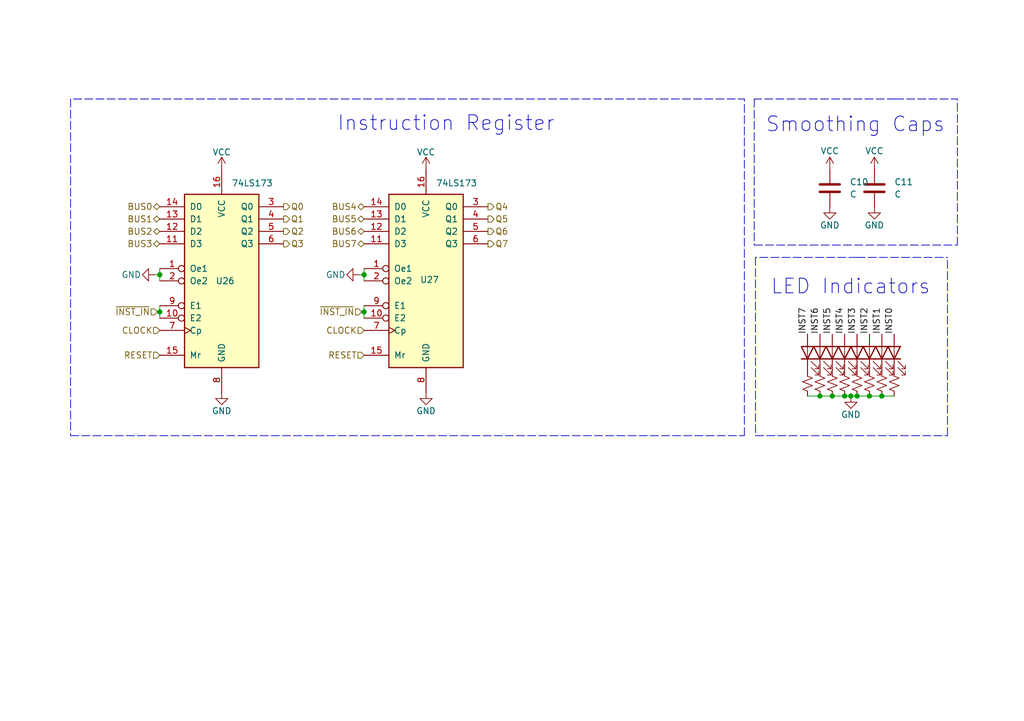
<source format=kicad_sch>
(kicad_sch (version 20211123) (generator eeschema)
  (paper "A5")
  (lib_symbols
    (symbol "74xx:74LS173" (pin_names (offset 1.016))
      (property "Reference" "U" (at -7.62 19.05 0))
      (property "Value" "74LS173" (at -7.62 -19.05 0))
      (symbol "74LS173_1_0"
        (pin input inverted (at -12.7 2.54 0) (length 5.08) (name "Oe1") (number "1"))
        (pin input inverted (at -12.7 -7.62 0) (length 5.08) (name "E2") (number "10"))
        (pin input line (at -12.7 7.62 0) (length 5.08) (name "D3") (number "11"))
        (pin input line (at -12.7 10.16 0) (length 5.08) (name "D2") (number "12"))
        (pin input line (at -12.7 12.7 0) (length 5.08) (name "D1") (number "13"))
        (pin input line (at -12.7 15.24 0) (length 5.08) (name "D0") (number "14"))
        (pin input line (at -12.7 -15.24 0) (length 5.08) (name "Mr") (number "15"))
        (pin power_in line (at 0 22.86 270) (length 5.08) (name "VCC") (number "16"))
        (pin input inverted (at -12.7 0 0) (length 5.08) (name "Oe2") (number "2"))
        (pin tri_state line (at 12.7 15.24 180) (length 5.08) (name "Q0") (number "3"))
        (pin tri_state line (at 12.7 12.7 180) (length 5.08) (name "Q1") (number "4"))
        (pin tri_state line (at 12.7 10.16 180) (length 5.08) (name "Q2") (number "5"))
        (pin tri_state line (at 12.7 7.62 180) (length 5.08) (name "Q3") (number "6"))
        (pin input clock (at -12.7 -10.16 0) (length 5.08) (name "Cp") (number "7"))
        (pin power_in line (at 0 -22.86 90) (length 5.08) (name "GND") (number "8"))
        (pin input inverted (at -12.7 -5.08 0) (length 5.08) (name "E1") (number "9"))
      )
      (symbol "74LS173_1_1"
        (rectangle (start -7.62 17.78) (end 7.62 -17.78) (stroke (width 0.254)) (fill (type background)))
      )
    )
    (symbol "Device:C" (pin_numbers hide) (pin_names (offset 0.254))
      (property "Reference" "C" (at 0.635 2.54 0))
      (property "Value" "C" (at 0.635 -2.54 0))
      (symbol "C_0_1"
        (polyline (pts (xy -2.032 -0.762) (xy 2.032 -0.762)) (stroke (width 0.508)))
        (polyline (pts (xy -2.032 0.762) (xy 2.032 0.762)) (stroke (width 0.508)))
      )
      (symbol "C_1_1"
        (pin passive line (at 0 3.81 270) (length 2.794) (name "~") (number "1"))
        (pin passive line (at 0 -3.81 90) (length 2.794) (name "~") (number "2"))
      )
    )
    (symbol "Device:LED" (pin_numbers hide) (pin_names (offset 1.016) hide)
      (property "Reference" "D" (at 0 2.54 0))
      (property "Value" "LED" (at 0 -2.54 0))
      (symbol "LED_0_1"
        (polyline (pts (xy -1.27 -1.27) (xy -1.27 1.27)) (stroke (width 0.254)))
        (polyline (pts (xy -1.27 0) (xy 1.27 0)))
        (polyline (pts (xy 1.27 -1.27) (xy 1.27 1.27) (xy -1.27 0) (xy 1.27 -1.27)) (stroke (width 0.254)))
        (polyline (pts (xy -3.048 -0.762) (xy -4.572 -2.286) (xy -3.81 -2.286) (xy -4.572 -2.286) (xy -4.572 -1.524)))
        (polyline (pts (xy -1.778 -0.762) (xy -3.302 -2.286) (xy -2.54 -2.286) (xy -3.302 -2.286) (xy -3.302 -1.524)))
      )
      (symbol "LED_1_1"
        (pin passive line (at -3.81 0 0) (length 2.54) (name "K") (number "1"))
        (pin passive line (at 3.81 0 180) (length 2.54) (name "A") (number "2"))
      )
    )
    (symbol "Device:R_Small_US" (pin_numbers hide) (pin_names (offset 0.254) hide)
      (property "Reference" "R" (at 0.762 0.508 0))
      (property "Value" "R_Small_US" (at 0.762 -1.016 0))
      (symbol "R_Small_US_1_1"
        (polyline (pts (xy 0 0) (xy 1.016 -0.381) (xy 0 -0.762) (xy -1.016 -1.143) (xy 0 -1.524)))
        (polyline (pts (xy 0 1.524) (xy 1.016 1.143) (xy 0 0.762) (xy -1.016 0.381) (xy 0 0)))
        (pin passive line (at 0 2.54 270) (length 1.016) (name "~") (number "1"))
        (pin passive line (at 0 -2.54 90) (length 1.016) (name "~") (number "2"))
      )
    )
    (symbol "power:GND" (power) (pin_names (offset 0))
      (property "Value" "GND" (at 0 -3.81 0))
      (symbol "GND_0_1"
        (polyline (pts (xy 0 0) (xy 0 -1.27) (xy 1.27 -1.27) (xy 0 -2.54) (xy -1.27 -1.27) (xy 0 -1.27)))
      )
      (symbol "GND_1_1"
        (pin power_in line (at 0 0 270) (length 0) hide (name "GND") (number "1"))
      )
    )
    (symbol "power:VCC" (power) (pin_names (offset 0))
      (property "Value" "VCC" (at 0 3.81 0))
      (symbol "VCC_0_1"
        (polyline (pts (xy -0.762 1.27) (xy 0 2.54)))
        (polyline (pts (xy 0 0) (xy 0 2.54)))
        (polyline (pts (xy 0 2.54) (xy 0.762 1.27)))
      )
      (symbol "VCC_1_1"
        (pin power_in line (at 0 0 90) (length 0) hide (name "VCC") (number "1"))
      )
    )
  )
  (junction (at 178.308 81.28))
  (junction (at 170.688 81.28))
  (junction (at 180.848 81.28))
  (junction (at 32.766 56.388))
  (junction (at 174.498 81.28))
  (junction (at 32.766 64.008))
  (junction (at 168.148 81.28))
  (junction (at 175.768 81.28))
  (junction (at 173.228 81.28))
  (junction (at 74.676 56.388))
  (junction (at 74.676 64.008))
  (polyline (pts (xy 194.31 89.408) (xy 194.31 52.832)))
  (wire (pts (xy 170.688 81.28) (xy 173.228 81.28)))
  (wire (pts (xy 32.766 56.388) (xy 32.766 57.658)))
  (wire (pts (xy 74.676 62.738) (xy 74.676 64.008)))
  (wire (pts (xy 74.168 64.008) (xy 74.676 64.008)))
  (wire (pts (xy 32.766 64.008) (xy 32.766 65.278)))
  (wire (pts (xy 74.676 55.118) (xy 74.676 56.388)))
  (wire (pts (xy 165.608 81.28) (xy 168.148 81.28)))
  (polyline (pts (xy 154.686 50.292) (xy 196.342 50.292)))
  (polyline (pts (xy 183.642 20.32) (xy 196.342 20.32)))
  (wire (pts (xy 73.66 56.388) (xy 74.676 56.388)))
  (polyline (pts (xy 87.63 20.32) (xy 14.478 20.32)))
  (polyline (pts (xy 154.94 52.832) (xy 154.94 89.408)))
  (polyline (pts (xy 14.478 20.32) (xy 14.478 89.408)))
  (wire (pts (xy 74.676 64.008) (xy 74.676 65.278)))
  (polyline (pts (xy 175.768 52.832) (xy 194.31 52.832)))
  (wire (pts (xy 174.498 81.28) (xy 175.768 81.28)))
  (polyline (pts (xy 196.342 50.292) (xy 196.342 20.32)))
  (wire (pts (xy 180.848 81.28) (xy 183.388 81.28)))
  (wire (pts (xy 31.75 56.388) (xy 32.766 56.388)))
  (polyline (pts (xy 154.94 89.408) (xy 194.31 89.408)))
  (polyline (pts (xy 154.686 20.32) (xy 154.686 50.292)))
  (wire (pts (xy 168.148 81.28) (xy 170.688 81.28)))
  (polyline (pts (xy 183.642 20.32) (xy 154.686 20.32)))
  (wire (pts (xy 175.768 81.28) (xy 178.308 81.28)))
  (polyline (pts (xy 14.478 89.408) (xy 152.654 89.408)))
  (wire (pts (xy 32.766 62.738) (xy 32.766 64.008)))
  (wire (pts (xy 178.308 81.28) (xy 180.848 81.28)))
  (wire (pts (xy 32.258 64.008) (xy 32.766 64.008)))
  (polyline (pts (xy 175.768 52.832) (xy 154.94 52.832)))
  (polyline (pts (xy 152.654 89.408) (xy 152.654 20.32)))
  (wire (pts (xy 32.766 55.118) (xy 32.766 56.388)))
  (wire (pts (xy 173.228 81.28) (xy 174.498 81.28)))
  (wire (pts (xy 74.676 56.388) (xy 74.676 57.658)))
  (polyline (pts (xy 87.376 20.32) (xy 152.654 20.32)))
  (text "Smoothing Caps" (at 156.972 27.432 0) (effects (font (size 3 3)) (justify left bottom)))
  (text "LED Indicators" (at 157.988 60.706 0) (effects (font (size 3 3)) (justify left bottom)))
  (text "Instruction Register" (at 69.088 27.178 0) (effects (font (size 3 3)) (justify left bottom)))
  (label "INST7" (at 165.608 68.58 90))
  (label "INST1" (at 180.848 68.58 90))
  (label "INST2" (at 178.308 68.58 90))
  (label "INST6" (at 168.148 68.58 90))
  (label "INST5" (at 170.688 68.58 90))
  (label "INST4" (at 173.228 68.58 90))
  (label "INST0" (at 183.388 68.58 90))
  (label "INST3" (at 175.768 68.58 90))
  (hierarchical_label "~{INST_IN}" (shape input) (at 32.258 64.008 180))
  (hierarchical_label "CLOCK" (shape input) (at 32.766 67.818 180))
  (hierarchical_label "BUS1" (shape tri_state) (at 32.766 44.958 180))
  (hierarchical_label "BUS4" (shape tri_state) (at 74.676 42.418 180))
  (hierarchical_label "CLOCK" (shape input) (at 74.676 67.818 180))
  (hierarchical_label "BUS3" (shape tri_state) (at 32.766 50.038 180))
  (hierarchical_label "BUS5" (shape tri_state) (at 74.676 44.958 180))
  (hierarchical_label "BUS6" (shape tri_state) (at 74.676 47.498 180))
  (hierarchical_label "Q6" (shape output) (at 100.076 47.498 0))
  (hierarchical_label "Q0" (shape output) (at 58.166 42.418 0))
  (hierarchical_label "BUS0" (shape tri_state) (at 32.766 42.418 180))
  (hierarchical_label "Q1" (shape output) (at 58.166 44.958 0))
  (hierarchical_label "Q4" (shape output) (at 100.076 42.418 0))
  (hierarchical_label "Q7" (shape output) (at 100.076 50.038 0))
  (hierarchical_label "BUS7" (shape tri_state) (at 74.676 50.038 180))
  (hierarchical_label "BUS2" (shape tri_state) (at 32.766 47.498 180))
  (hierarchical_label "RESET" (shape input) (at 74.676 72.898 180))
  (hierarchical_label "Q2" (shape output) (at 58.166 47.498 0))
  (hierarchical_label "~{INST_IN}" (shape input) (at 74.168 64.008 180))
  (hierarchical_label "RESET" (shape input) (at 32.766 72.898 180))
  (hierarchical_label "Q3" (shape output) (at 58.166 50.038 0))
  (hierarchical_label "Q5" (shape output) (at 100.076 44.958 0))
  (symbol (lib_id "Device:C") (at 170.18 38.608 0) (unit 1)
    (property "Reference" "C10" (at 174.244 37.3379 0) (effects (justify left)))
    (property "Value" "C" (at 174.244 39.8779 0) (effects (justify left)))
    (property "Footprint" "Capacitor_SMD:C_0805_2012Metric" (effects hide))
  )
  (symbol (lib_id "Device:R_Small_US") (at 183.388 78.74 0) (unit 1)
    (property "Reference" "R53" (effects hide))
    (property "Value" "R_Small_US" (effects hide))
    (property "Footprint" "Resistor_SMD:R_0805_2012Metric" (effects hide))
  )
  (symbol (lib_id "Device:R_Small_US") (at 173.228 78.74 0) (unit 1)
    (property "Reference" "R49" (effects hide))
    (property "Value" "R_Small_US" (effects hide))
    (property "Footprint" "Resistor_SMD:R_0805_2012Metric" (effects hide))
  )
  (symbol (lib_id "Device:LED") (at 170.688 72.39 90) (unit 1)
    (property "Reference" "D48" (effects hide))
    (property "Value" "LED" (effects hide))
    (property "Footprint" "LED_SMD:LED_0805_2012Metric" (effects hide))
  )
  (symbol (lib_id "Device:R_Small_US") (at 165.608 78.74 0) (unit 1)
    (property "Reference" "R46" (effects hide))
    (property "Value" "R_Small_US" (effects hide))
    (property "Footprint" "Resistor_SMD:R_0805_2012Metric" (effects hide))
  )
  (symbol (lib_id "74xx:74LS173") (at 87.376 57.658 0) (unit 1)
    (property "Reference" "U27" (at 86.106 57.404 0) (effects (justify left)))
    (property "Value" "74LS173" (at 89.3954 37.592 0) (effects (justify left)))
    (property "Footprint" "Package_SO:TSSOP-16_4.4x5mm_P0.65mm" (effects hide))
    (property "Datasheet" "http://www.ti.com/lit/gpn/sn74LS173" (effects hide))
  )
  (symbol (lib_id "Device:LED") (at 183.388 72.39 90) (unit 1)
    (property "Reference" "D53" (effects hide))
    (property "Value" "LED" (effects hide))
    (property "Footprint" "LED_SMD:LED_0805_2012Metric" (effects hide))
  )
  (symbol (lib_id "power:GND") (at 31.75 56.388 270) (unit 1)
    (property "Reference" "#PWR0100" (effects hide))
    (property "Value" "GND" (at 26.924 56.388 90))
  )
  (symbol (lib_id "Device:R_Small_US") (at 180.848 78.74 0) (unit 1)
    (property "Reference" "R52" (effects hide))
    (property "Value" "R_Small_US" (effects hide))
    (property "Footprint" "Resistor_SMD:R_0805_2012Metric" (effects hide))
  )
  (symbol (lib_id "power:VCC") (at 170.18 34.798 0) (unit 1)
    (property "Reference" "#PWR0106" (effects hide))
    (property "Value" "VCC" (at 170.18 30.988 0))
  )
  (symbol (lib_id "power:VCC") (at 45.466 34.798 0) (unit 1)
    (property "Reference" "#PWR0101" (effects hide))
    (property "Value" "VCC" (at 45.466 31.242 0))
  )
  (symbol (lib_id "power:GND") (at 45.466 80.518 0) (unit 1)
    (property "Reference" "#PWR0102" (effects hide))
    (property "Value" "GND" (at 45.466 84.328 0))
  )
  (symbol (lib_id "power:GND") (at 170.18 42.418 0) (unit 1)
    (property "Reference" "#PWR0107" (effects hide))
    (property "Value" "GND" (at 170.18 46.228 0))
  )
  (symbol (lib_id "Device:LED") (at 173.228 72.39 90) (unit 1)
    (property "Reference" "D49" (effects hide))
    (property "Value" "LED" (effects hide))
    (property "Footprint" "LED_SMD:LED_0805_2012Metric" (effects hide))
  )
  (symbol (lib_id "Device:LED") (at 165.608 72.39 90) (unit 1)
    (property "Reference" "D46" (effects hide))
    (property "Value" "LED" (effects hide))
    (property "Footprint" "LED_SMD:LED_0805_2012Metric" (effects hide))
  )
  (symbol (lib_id "power:GND") (at 87.376 80.518 0) (unit 1)
    (property "Reference" "#PWR0105" (effects hide))
    (property "Value" "GND" (at 87.376 84.328 0))
  )
  (symbol (lib_id "power:GND") (at 174.498 81.28 0) (unit 1)
    (property "Reference" "#PWR0108" (effects hide))
    (property "Value" "GND" (at 174.498 85.09 0))
  )
  (symbol (lib_id "Device:C") (at 179.324 38.608 0) (unit 1)
    (property "Reference" "C11" (at 183.388 37.3379 0) (effects (justify left)))
    (property "Value" "C" (at 183.388 39.8779 0) (effects (justify left)))
    (property "Footprint" "Capacitor_SMD:C_0805_2012Metric" (effects hide))
  )
  (symbol (lib_id "Device:LED") (at 180.848 72.39 90) (unit 1)
    (property "Reference" "D52" (effects hide))
    (property "Value" "LED" (effects hide))
    (property "Footprint" "LED_SMD:LED_0805_2012Metric" (effects hide))
  )
  (symbol (lib_id "power:GND") (at 73.66 56.388 270) (unit 1)
    (property "Reference" "#PWR0103" (effects hide))
    (property "Value" "GND" (at 68.834 56.388 90))
  )
  (symbol (lib_id "power:VCC") (at 87.376 34.798 0) (unit 1)
    (property "Reference" "#PWR0104" (effects hide))
    (property "Value" "VCC" (at 87.376 31.242 0))
  )
  (symbol (lib_id "74xx:74LS173") (at 45.466 57.658 0) (unit 1)
    (property "Reference" "U26" (at 44.196 57.658 0) (effects (justify left)))
    (property "Value" "74LS173" (at 47.4854 37.592 0) (effects (justify left)))
    (property "Footprint" "Package_SO:TSSOP-16_4.4x5mm_P0.65mm" (effects hide))
    (property "Datasheet" "http://www.ti.com/lit/gpn/sn74LS173" (effects hide))
  )
  (symbol (lib_id "Device:LED") (at 168.148 72.39 90) (unit 1)
    (property "Reference" "D47" (effects hide))
    (property "Value" "LED" (effects hide))
    (property "Footprint" "LED_SMD:LED_0805_2012Metric" (effects hide))
  )
  (symbol (lib_id "Device:LED") (at 175.768 72.39 90) (unit 1)
    (property "Reference" "D50" (effects hide))
    (property "Value" "LED" (effects hide))
    (property "Footprint" "LED_SMD:LED_0805_2012Metric" (effects hide))
  )
  (symbol (lib_id "Device:LED") (at 178.308 72.39 90) (unit 1)
    (property "Reference" "D51" (effects hide))
    (property "Value" "LED" (effects hide))
    (property "Footprint" "LED_SMD:LED_0805_2012Metric" (effects hide))
  )
  (symbol (lib_id "power:VCC") (at 179.324 34.798 0) (unit 1)
    (property "Reference" "#PWR0109" (effects hide))
    (property "Value" "VCC" (at 179.324 30.988 0))
  )
  (symbol (lib_id "Device:R_Small_US") (at 178.308 78.74 0) (unit 1)
    (property "Reference" "R51" (effects hide))
    (property "Value" "R_Small_US" (effects hide))
    (property "Footprint" "Resistor_SMD:R_0805_2012Metric" (effects hide))
  )
  (symbol (lib_id "power:GND") (at 179.324 42.418 0) (unit 1)
    (property "Reference" "#PWR0110" (effects hide))
    (property "Value" "GND" (at 179.324 46.228 0))
  )
  (symbol (lib_id "Device:R_Small_US") (at 170.688 78.74 0) (unit 1)
    (property "Reference" "R48" (effects hide))
    (property "Value" "R_Small_US" (effects hide))
    (property "Footprint" "Resistor_SMD:R_0805_2012Metric" (effects hide))
  )
  (symbol (lib_id "Device:R_Small_US") (at 168.148 78.74 0) (unit 1)
    (property "Reference" "R47" (effects hide))
    (property "Value" "R_Small_US" (effects hide))
    (property "Footprint" "Resistor_SMD:R_0805_2012Metric" (effects hide))
  )
  (symbol (lib_id "Device:R_Small_US") (at 175.768 78.74 0) (unit 1)
    (property "Reference" "R50" (effects hide))
    (property "Value" "R_Small_US" (effects hide))
    (property "Footprint" "Resistor_SMD:R_0805_2012Metric" (effects hide))
  )
)
</source>
